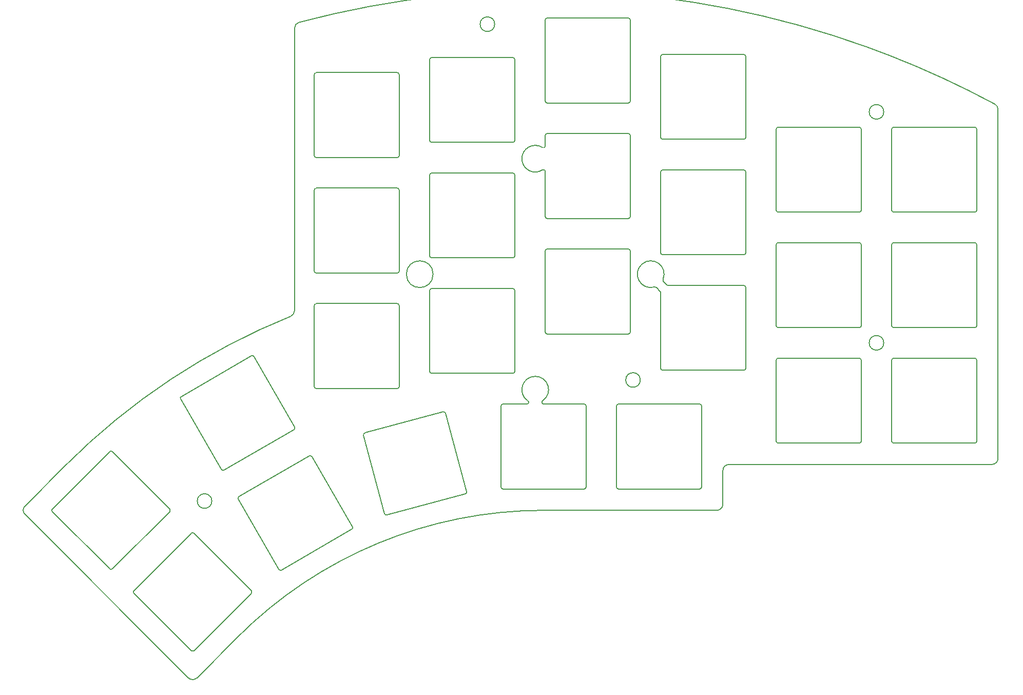
<source format=gbr>
%TF.GenerationSoftware,KiCad,Pcbnew,7.0.1*%
%TF.CreationDate,2023-04-13T16:00:07+02:00*%
%TF.ProjectId,kicad,6b696361-642e-46b6-9963-61645f706362,rev?*%
%TF.SameCoordinates,Original*%
%TF.FileFunction,Profile,NP*%
%FSLAX46Y46*%
G04 Gerber Fmt 4.6, Leading zero omitted, Abs format (unit mm)*
G04 Created by KiCad (PCBNEW 7.0.1) date 2023-04-13 16:00:07*
%MOMM*%
%LPD*%
G01*
G04 APERTURE LIST*
%TA.AperFunction,Profile*%
%ADD10C,0.200000*%
%TD*%
G04 APERTURE END LIST*
D10*
X209850000Y-74150013D02*
G75*
G03*
X209550000Y-74450010I-9J-299991D01*
G01*
X223250000Y-74150010D02*
X209850000Y-74150010D01*
X223549985Y-74450010D02*
G75*
G03*
X223250000Y-74150010I-299994J6D01*
G01*
X223550000Y-87850010D02*
X223550000Y-74450010D01*
X223250000Y-88150013D02*
G75*
G03*
X223550000Y-87850010I-9J300009D01*
G01*
X209850000Y-88150010D02*
X223250000Y-88150010D01*
X209549985Y-87850010D02*
G75*
G03*
X209850000Y-88150010I300006J6D01*
G01*
X209550000Y-74450010D02*
X209550000Y-87850010D01*
X171449995Y-75850000D02*
G75*
G03*
X171750000Y-76150000I299996J-4D01*
G01*
X171450000Y-62450000D02*
X171450000Y-75850000D01*
X128000000Y-98200000D02*
G75*
G03*
X128300000Y-97900000I0J300000D01*
G01*
X114600000Y-98200000D02*
X128000000Y-98200000D01*
X114300000Y-97900000D02*
G75*
G03*
X114600000Y-98200000I300000J0D01*
G01*
X114300000Y-84500000D02*
X114300000Y-97900000D01*
X166100000Y-51100013D02*
G75*
G03*
X166400000Y-50800000I-9J300009D01*
G01*
X152700000Y-51100000D02*
X166100000Y-51100000D01*
X152399995Y-50800000D02*
G75*
G03*
X152700000Y-51100000I299996J-4D01*
G01*
X152400000Y-37400000D02*
X152400000Y-50800000D01*
X166100000Y-37100000D02*
X152700000Y-37100000D01*
X166399995Y-37400000D02*
G75*
G03*
X166100000Y-37100000I-300004J-4D01*
G01*
X166400000Y-50800000D02*
X166400000Y-37400000D01*
X152700000Y-75200013D02*
G75*
G03*
X152400000Y-75500000I-9J-299991D01*
G01*
X166100000Y-75200000D02*
X152700000Y-75200000D01*
X166399995Y-75500000D02*
G75*
G03*
X166100000Y-75200000I-300004J-4D01*
G01*
X168063591Y-96793503D02*
G75*
G03*
X168063591Y-96793503I-1200000J0D01*
G01*
X166400000Y-88900000D02*
X166400000Y-75500000D01*
X166100000Y-89200013D02*
G75*
G03*
X166400000Y-88900000I-9J300009D01*
G01*
X152700000Y-89200000D02*
X166100000Y-89200000D01*
X152399995Y-88900000D02*
G75*
G03*
X152700000Y-89200000I299996J-4D01*
G01*
X152400000Y-75500000D02*
X152400000Y-88900000D01*
X177864109Y-114769828D02*
X164464109Y-114769828D01*
X177864109Y-114769822D02*
G75*
G03*
X178164109Y-114469828I-18J300018D01*
G01*
X178164109Y-101069828D02*
X178164109Y-114469828D01*
X178164067Y-101069828D02*
G75*
G03*
X177864109Y-100769828I-299976J24D01*
G01*
X164464109Y-100769828D02*
X177864109Y-100769828D01*
X164464109Y-100769822D02*
G75*
G03*
X164164109Y-101069828I-18J-299982D01*
G01*
X164164109Y-114469828D02*
X164164109Y-101069828D01*
X181689109Y-111725000D02*
X181689109Y-117294828D01*
X180689109Y-118294822D02*
G75*
G03*
X181689109Y-117294828I-18J1000018D01*
G01*
X180689109Y-118294828D02*
X152114109Y-118294828D01*
X152114109Y-118294829D02*
G75*
G03*
X101662354Y-139192631I0J-71349556D01*
G01*
X101662353Y-139192630D02*
X94927161Y-145927822D01*
X93512947Y-145927822D02*
G75*
G03*
X94927161Y-145927822I707107J707108D01*
G01*
X93512947Y-145927822D02*
X66572179Y-118987053D01*
X223549985Y-55400010D02*
G75*
G03*
X223250000Y-55100010I-299994J6D01*
G01*
X66572180Y-117572841D02*
G75*
G03*
X66572179Y-118987053I707106J-707106D01*
G01*
X223250000Y-55100010D02*
X209850000Y-55100010D01*
X66572179Y-117572840D02*
X73307371Y-110837648D01*
X209850000Y-55100013D02*
G75*
G03*
X209550000Y-55400010I-9J-299991D01*
G01*
X110399294Y-86296052D02*
G75*
G03*
X73307371Y-110837648I41714817J-103348332D01*
G01*
X209550000Y-55400010D02*
X209550000Y-68800010D01*
X110399294Y-86296052D02*
G75*
G03*
X111025000Y-85368742I-374293J927309D01*
G01*
X209549985Y-68800010D02*
G75*
G03*
X209850000Y-69100010I300006J6D01*
G01*
X111025000Y-85368742D02*
X111025000Y-38773782D01*
X209850000Y-69100010D02*
X223250000Y-69100010D01*
X111768193Y-37807319D02*
G75*
G03*
X111025000Y-38773782I256808J-966464D01*
G01*
X209850000Y-107200010D02*
X223250000Y-107200010D01*
X205572738Y-41913337D02*
G75*
G03*
X111768193Y-37807319I-53458629J-147731059D01*
G01*
X223250000Y-107200013D02*
G75*
G03*
X223550000Y-106900010I-9J300009D01*
G01*
X209092340Y-43234793D02*
G75*
G03*
X205572738Y-41913338I-56979249J-146412311D01*
G01*
X223550000Y-106900010D02*
X223550000Y-93500010D01*
X226548789Y-51290610D02*
G75*
G03*
X209092340Y-43234794I-74434698J-138353894D01*
G01*
X223549985Y-93500010D02*
G75*
G03*
X223250000Y-93200010I-299994J6D01*
G01*
X227074952Y-52171253D02*
G75*
G03*
X226548787Y-51290614I-999961J49D01*
G01*
X223250000Y-93200010D02*
X209850000Y-93200010D01*
X227075000Y-52171253D02*
X227075000Y-109725000D01*
X209850000Y-93200013D02*
G75*
G03*
X209550000Y-93500010I-9J-299991D01*
G01*
X226075000Y-110725013D02*
G75*
G03*
X227075000Y-109725000I-9J1000009D01*
G01*
X209550000Y-93500010D02*
X209550000Y-106900010D01*
X223250000Y-69100013D02*
G75*
G03*
X223550000Y-68800010I-9J300009D01*
G01*
X209549985Y-106900010D02*
G75*
G03*
X209850000Y-107200010I300006J6D01*
G01*
X223550000Y-68800010D02*
X223550000Y-55400010D01*
X164164067Y-114469828D02*
G75*
G03*
X164464109Y-114769828I300024J24D01*
G01*
X128300000Y-97900000D02*
X128300000Y-84500000D01*
X128300000Y-84500000D02*
G75*
G03*
X128000000Y-84200000I-300000J0D01*
G01*
X128000000Y-84200000D02*
X114600000Y-84200000D01*
X114600000Y-84200000D02*
G75*
G03*
X114300000Y-84500000I0J-300000D01*
G01*
X145114109Y-101069828D02*
X145114109Y-114469828D01*
X145114107Y-114469828D02*
G75*
G03*
X145414109Y-114769828I300004J4D01*
G01*
X145414109Y-114769828D02*
X158814109Y-114769828D01*
X158814109Y-114769822D02*
G75*
G03*
X159114109Y-114469828I-18J300018D01*
G01*
X159114109Y-114469828D02*
X159114109Y-101069828D01*
X159114067Y-101069828D02*
G75*
G03*
X158814109Y-100769828I-299976J24D01*
G01*
X145414109Y-100769822D02*
G75*
G03*
X145114109Y-101069828I-18J-299982D01*
G01*
X171750000Y-57100000D02*
X185150000Y-57100000D01*
X185150000Y-57100013D02*
G75*
G03*
X185450000Y-56800000I-9J300009D01*
G01*
X185450000Y-56800000D02*
X185450000Y-43400000D01*
X185449995Y-43400000D02*
G75*
G03*
X185150000Y-43100000I-300004J-4D01*
G01*
X133350000Y-62950000D02*
X133350000Y-76350000D01*
X133350000Y-76350000D02*
G75*
G03*
X133650000Y-76650000I300000J0D01*
G01*
X166400000Y-69850000D02*
X166400000Y-56450000D01*
X166399995Y-56450000D02*
G75*
G03*
X166100000Y-56150000I-300004J-4D01*
G01*
X166100000Y-56150000D02*
X152700000Y-56150000D01*
X152399995Y-69850000D02*
G75*
G03*
X152700000Y-70150000I299996J-4D01*
G01*
X152700000Y-70150000D02*
X166100000Y-70150000D01*
X166100000Y-70150013D02*
G75*
G03*
X166400000Y-69850000I-9J300009D01*
G01*
X114300000Y-65450000D02*
X114300000Y-78850000D01*
X114600000Y-79150000D02*
X128000000Y-79150000D01*
X128000000Y-79150000D02*
G75*
G03*
X128300000Y-78850000I0J300000D01*
G01*
X128300000Y-65450000D02*
G75*
G03*
X128000000Y-65150000I-300000J0D01*
G01*
X128000000Y-65150000D02*
X114600000Y-65150000D01*
X114600000Y-65150000D02*
G75*
G03*
X114300000Y-65450000I0J-300000D01*
G01*
X139418983Y-115219606D02*
X135950807Y-102276200D01*
X135950807Y-102276200D02*
G75*
G03*
X135583384Y-102064067I-289778J-77645D01*
G01*
X135583384Y-102064067D02*
X122639978Y-105532243D01*
X171750000Y-62150013D02*
G75*
G03*
X171450000Y-62450000I-9J-299991D01*
G01*
X128300000Y-78850000D02*
X128300000Y-65450000D01*
X204200000Y-69100013D02*
G75*
G03*
X204500000Y-68800000I-9J300009D01*
G01*
X114300000Y-78850000D02*
G75*
G03*
X114600000Y-79150000I300000J0D01*
G01*
X208225000Y-90675010D02*
G75*
G03*
X208225000Y-90675010I-1200000J0D01*
G01*
X171750000Y-76150000D02*
X185150000Y-76150000D01*
X122427846Y-105899666D02*
X125896021Y-118843072D01*
X152700000Y-56150013D02*
G75*
G03*
X152400000Y-56450000I-9J-299991D01*
G01*
X152700000Y-37100013D02*
G75*
G03*
X152400000Y-37400000I-9J-299991D01*
G01*
X208225000Y-52575010D02*
G75*
G03*
X208225000Y-52575010I-1200000J0D01*
G01*
X122639978Y-105532244D02*
G75*
G03*
X122427846Y-105899666I77644J-289776D01*
G01*
X185450000Y-75850000D02*
X185450000Y-62450000D01*
X182689109Y-110725022D02*
G75*
G03*
X181689109Y-111725000I-18J-999982D01*
G01*
X185150000Y-43100000D02*
X171750000Y-43100000D01*
X185150000Y-62150000D02*
X171750000Y-62150000D01*
X97392746Y-116766247D02*
G75*
G03*
X97392746Y-116766247I-1200000J0D01*
G01*
X185449995Y-62450000D02*
G75*
G03*
X185150000Y-62150000I-300004J-4D01*
G01*
X226075000Y-110725000D02*
X182689109Y-110725000D01*
X185150000Y-76150013D02*
G75*
G03*
X185450000Y-75850000I-9J300009D01*
G01*
X139206851Y-115587028D02*
G75*
G03*
X139418982Y-115219606I-77648J289778D01*
G01*
X126263444Y-119055204D02*
X139206851Y-115587029D01*
X125896021Y-118843072D02*
G75*
G03*
X126263444Y-119055204I289778J77646D01*
G01*
X133650000Y-62650000D02*
G75*
G03*
X133350000Y-62950000I0J-300000D01*
G01*
X147050000Y-62650000D02*
X133650000Y-62650000D01*
X147349995Y-62950000D02*
G75*
G03*
X147050000Y-62650000I-300004J-4D01*
G01*
X147350000Y-76350000D02*
X147350000Y-62950000D01*
X147050000Y-76650013D02*
G75*
G03*
X147350000Y-76350000I-9J300009D01*
G01*
X133650000Y-76650000D02*
X147050000Y-76650000D01*
X133350000Y-57300000D02*
G75*
G03*
X133650000Y-57600000I300000J0D01*
G01*
X133350000Y-43900000D02*
X133350000Y-57300000D01*
X133650000Y-43600000D02*
G75*
G03*
X133350000Y-43900000I0J-300000D01*
G01*
X147050000Y-43600000D02*
X133650000Y-43600000D01*
X147349995Y-43900000D02*
G75*
G03*
X147050000Y-43600000I-300004J-4D01*
G01*
X147350000Y-57300000D02*
X147350000Y-43900000D01*
X147050000Y-57600013D02*
G75*
G03*
X147350000Y-57300000I-9J300009D01*
G01*
X133650000Y-57600000D02*
X147050000Y-57600000D01*
X204499995Y-55400000D02*
G75*
G03*
X204200000Y-55100000I-300004J-4D01*
G01*
X204500000Y-68800000D02*
X204500000Y-55400000D01*
X190800000Y-69100000D02*
X204200000Y-69100000D01*
X190499995Y-68800000D02*
G75*
G03*
X190800000Y-69100000I299996J-4D01*
G01*
X190500000Y-55400000D02*
X190500000Y-68800000D01*
X190800000Y-55100013D02*
G75*
G03*
X190500000Y-55400000I-9J-299991D01*
G01*
X204200000Y-55100000D02*
X190800000Y-55100000D01*
X190800000Y-93200013D02*
G75*
G03*
X190500000Y-93500000I-9J-299991D01*
G01*
X204200000Y-93200000D02*
X190800000Y-93200000D01*
X204499995Y-93500000D02*
G75*
G03*
X204200000Y-93200000I-300004J-4D01*
G01*
X204500000Y-106900000D02*
X204500000Y-93500000D01*
X204200000Y-107200013D02*
G75*
G03*
X204500000Y-106900000I-9J300009D01*
G01*
X190800000Y-107200000D02*
X204200000Y-107200000D01*
X190499995Y-106900000D02*
G75*
G03*
X190800000Y-107200000I299996J-4D01*
G01*
X190500000Y-93500000D02*
X190500000Y-106900000D01*
X204499995Y-74450000D02*
G75*
G03*
X204200000Y-74150000I-300004J-4D01*
G01*
X204500000Y-87850000D02*
X204500000Y-74450000D01*
X204200000Y-88150013D02*
G75*
G03*
X204500000Y-87850000I-9J300009D01*
G01*
X190800000Y-88150000D02*
X204200000Y-88150000D01*
X190499995Y-87850000D02*
G75*
G03*
X190800000Y-88150000I299996J-4D01*
G01*
X190500000Y-74450000D02*
X190500000Y-87850000D01*
X190800000Y-74150013D02*
G75*
G03*
X190500000Y-74450000I-9J-299991D01*
G01*
X204200000Y-74150000D02*
X190800000Y-74150000D01*
X171449995Y-56800000D02*
G75*
G03*
X171750000Y-57100000I299996J-4D01*
G01*
X171450000Y-43400000D02*
X171450000Y-56800000D01*
X171750000Y-43100013D02*
G75*
G03*
X171450000Y-43400000I-9J-299991D01*
G01*
X171449995Y-94900000D02*
G75*
G03*
X171750000Y-95200000I299996J-4D01*
G01*
X171750000Y-95200000D02*
X185150000Y-95200000D01*
X185150000Y-95200013D02*
G75*
G03*
X185450000Y-94900000I-9J300009D01*
G01*
X185450000Y-94900000D02*
X185450000Y-81500000D01*
X185449995Y-81500000D02*
G75*
G03*
X185150000Y-81200000I-300004J-4D01*
G01*
X114300000Y-46400000D02*
X114300000Y-59800000D01*
X114300000Y-59800000D02*
G75*
G03*
X114600000Y-60100000I300000J0D01*
G01*
X114600000Y-60100000D02*
X128000000Y-60100000D01*
X128000000Y-60100000D02*
G75*
G03*
X128300000Y-59800000I0J300000D01*
G01*
X128300000Y-59800000D02*
X128300000Y-46400000D01*
X128300000Y-46400000D02*
G75*
G03*
X128000000Y-46100000I-300000J0D01*
G01*
X128000000Y-46100000D02*
X114600000Y-46100000D01*
X114600000Y-46100000D02*
G75*
G03*
X114300000Y-46400000I0J-300000D01*
G01*
X133350000Y-82000000D02*
X133350000Y-95400000D01*
X133350000Y-95400000D02*
G75*
G03*
X133650000Y-95700000I300000J0D01*
G01*
X133650000Y-95700000D02*
X147050000Y-95700000D01*
X147050000Y-95700013D02*
G75*
G03*
X147350000Y-95400000I-9J300009D01*
G01*
X147350000Y-95400000D02*
X147350000Y-82000000D01*
X147349995Y-82000000D02*
G75*
G03*
X147050000Y-81700000I-300004J-4D01*
G01*
X147050000Y-81700000D02*
X133650000Y-81700000D01*
X133650000Y-81700000D02*
G75*
G03*
X133350000Y-82000000I0J-300000D01*
G01*
X133885692Y-79346704D02*
G75*
G03*
X133885692Y-79346704I-2200000J0D01*
G01*
X144046591Y-38103505D02*
G75*
G03*
X144046591Y-38103505I-1200000J0D01*
G01*
X108464652Y-128041309D02*
X101764652Y-116436569D01*
X104364008Y-92938785D02*
X111064008Y-104543525D01*
X98939652Y-111543525D02*
X92239652Y-99938785D01*
X103907417Y-131538199D02*
X94432186Y-122062968D01*
X84532691Y-131962463D02*
X94007922Y-141437694D01*
X80961802Y-108592584D02*
X90437033Y-118067815D01*
X80537538Y-127967309D02*
X71062307Y-118492079D01*
X101874460Y-116026761D02*
X113479200Y-109326761D01*
X113889008Y-109436569D02*
X120589008Y-121041309D01*
X120479200Y-121451117D02*
X108874460Y-128151117D01*
X92349460Y-99528977D02*
X103954200Y-92828977D01*
X110954200Y-104953333D02*
X99349460Y-111653333D01*
X71062307Y-118067815D02*
X80537538Y-108592584D01*
X80961802Y-127967309D02*
X90437033Y-118492079D01*
X94007922Y-122062968D02*
X84532691Y-131538199D01*
X94432186Y-141437694D02*
X103907417Y-131962463D01*
X80537539Y-127967308D02*
G75*
G03*
X80961801Y-127967308I212131J212131D01*
G01*
X80961801Y-108592585D02*
G75*
G03*
X80537539Y-108592585I-212131J-212131D01*
G01*
X71062308Y-118067816D02*
G75*
G03*
X71062308Y-118492078I212131J-212131D01*
G01*
X90437032Y-118492078D02*
G75*
G03*
X90437032Y-118067816I-212131J212131D01*
G01*
X103907416Y-131962462D02*
G75*
G03*
X103907416Y-131538200I-212131J212131D01*
G01*
X84532692Y-131538200D02*
G75*
G03*
X84532692Y-131962462I212131J-212131D01*
G01*
X94007923Y-141437693D02*
G75*
G03*
X94432185Y-141437693I212131J212131D01*
G01*
X94432185Y-122062969D02*
G75*
G03*
X94007923Y-122062969I-212131J-212131D01*
G01*
X101874460Y-116026761D02*
G75*
G03*
X101764652Y-116436569I150000J-259808D01*
G01*
X108464652Y-128041309D02*
G75*
G03*
X108874460Y-128151117I259808J150000D01*
G01*
X120479200Y-121451117D02*
G75*
G03*
X120589008Y-121041309I-150000J259808D01*
G01*
X113889008Y-109436569D02*
G75*
G03*
X113479200Y-109326761I-259808J-150000D01*
G01*
X98939652Y-111543525D02*
G75*
G03*
X99349460Y-111653333I259808J150000D01*
G01*
X110954200Y-104953333D02*
G75*
G03*
X111064008Y-104543525I-150000J259808D01*
G01*
X104364008Y-92938785D02*
G75*
G03*
X103954200Y-92828977I-259808J-150000D01*
G01*
X92349460Y-99528977D02*
G75*
G03*
X92239652Y-99938785I150000J-259808D01*
G01*
X152400000Y-56450000D02*
X152400000Y-58201791D01*
X152400000Y-69850000D02*
X152400000Y-62391617D01*
X151936283Y-58453180D02*
G75*
G03*
X151936283Y-62140228I-1200592J-1843524D01*
G01*
X152399974Y-62391617D02*
G75*
G03*
X151936283Y-62140229I-299983J13D01*
G01*
X151936269Y-58453201D02*
G75*
G03*
X152400000Y-58201791I163722J251397D01*
G01*
X152132888Y-100769828D02*
X158814109Y-100769828D01*
X149338496Y-100769828D02*
X145414109Y-100769828D01*
X151965225Y-100221053D02*
G75*
G03*
X149506159Y-100221053I-1229533J1824349D01*
G01*
X171362132Y-82172792D02*
X170717950Y-81528610D01*
X171866258Y-80555598D02*
X172422793Y-81112132D01*
X171803266Y-80223854D02*
G75*
G03*
X170419403Y-81453457I-2017575J877150D01*
G01*
X171450000Y-82384924D02*
X171450000Y-94900000D01*
X172634925Y-81200000D02*
X185150000Y-81200000D01*
X170717924Y-81528636D02*
G75*
G03*
X170419403Y-81453458I-212133J-212068D01*
G01*
X171803306Y-80223871D02*
G75*
G03*
X171866259Y-80555597I275085J-119633D01*
G01*
X172422777Y-81112148D02*
G75*
G03*
X172634925Y-81200000I212114J212144D01*
G01*
X171449983Y-82384924D02*
G75*
G03*
X171362132Y-82172792I-299992J20D01*
G01*
X151965222Y-100221048D02*
G75*
G03*
X152132888Y-100769828I167669J-248776D01*
G01*
X149338496Y-100769786D02*
G75*
G03*
X149506159Y-100221054I-5J299982D01*
G01*
M02*

</source>
